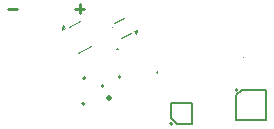
<source format=gbr>
%TF.GenerationSoftware,KiCad,Pcbnew,9.0.0*%
%TF.CreationDate,2025-08-30T10:43:31+02:00*%
%TF.ProjectId,36mm PCB,33366d6d-2050-4434-922e-6b696361645f,rev?*%
%TF.SameCoordinates,Original*%
%TF.FileFunction,Legend,Top*%
%TF.FilePolarity,Positive*%
%FSLAX46Y46*%
G04 Gerber Fmt 4.6, Leading zero omitted, Abs format (unit mm)*
G04 Created by KiCad (PCBNEW 9.0.0) date 2025-08-30 10:43:31*
%MOMM*%
%LPD*%
G01*
G04 APERTURE LIST*
%ADD10C,0.250000*%
%ADD11C,0.100000*%
%ADD12C,0.200000*%
%ADD13C,0.120000*%
G04 APERTURE END LIST*
D10*
X191385340Y-114593200D02*
X192147245Y-114593200D01*
X191766292Y-114974153D02*
X191766292Y-114212248D01*
X185685340Y-114593200D02*
X186447245Y-114593200D01*
D11*
%TO.C,D2*%
X194611151Y-116241082D02*
G75*
G02*
X194511149Y-116241082I-50001J0D01*
G01*
X194511149Y-116241082D02*
G75*
G02*
X194611151Y-116241082I50001J0D01*
G01*
D12*
%TO.C,IC2*%
X199512000Y-122617000D02*
X201227000Y-122617000D01*
X199512000Y-123875000D02*
X199512000Y-122617000D01*
X199969000Y-124332000D02*
X199511000Y-123874000D01*
X201227000Y-122617000D02*
X201227000Y-124332000D01*
X201227000Y-124332000D02*
X199969000Y-124332000D01*
X199612000Y-124333000D02*
G75*
G02*
X199412000Y-124333000I-100000J0D01*
G01*
X199412000Y-124333000D02*
G75*
G02*
X199612000Y-124333000I100000J0D01*
G01*
%TO.C,IC3*%
X205019000Y-121955000D02*
X205490000Y-121484000D01*
X205019000Y-124026000D02*
X205019000Y-121955000D01*
X205490000Y-121484000D02*
X207561000Y-121484000D01*
X207561000Y-121484000D02*
X207561000Y-124026000D01*
X207561000Y-124026000D02*
X205019000Y-124026000D01*
X205119000Y-121484000D02*
G75*
G02*
X204919000Y-121484000I-100000J0D01*
G01*
X204919000Y-121484000D02*
G75*
G02*
X205119000Y-121484000I100000J0D01*
G01*
D11*
%TO.C,IC4*%
X194881830Y-118052014D02*
X194881830Y-118052014D01*
X194972461Y-118009753D02*
X194972461Y-118009753D01*
X194881830Y-118052014D02*
G75*
G02*
X194972461Y-118009753I45315J21131D01*
G01*
X194972461Y-118009753D02*
G75*
G02*
X194881830Y-118052014I-45316J-21130D01*
G01*
D12*
%TO.C,IC10*%
X192160000Y-122665000D02*
G75*
G02*
X191960000Y-122665000I-100000J0D01*
G01*
X191960000Y-122665000D02*
G75*
G02*
X192160000Y-122665000I100000J0D01*
G01*
D13*
%TO.C,TPS3424-1*%
X191766635Y-115678515D02*
X190815012Y-116122264D01*
X192747109Y-117781149D02*
X191568909Y-118330553D01*
X190488741Y-116274407D02*
X190234975Y-116392740D01*
X190370408Y-116020641D01*
X190488741Y-116274407D01*
G36*
X190488741Y-116274407D02*
G01*
X190234975Y-116392740D01*
X190370408Y-116020641D01*
X190488741Y-116274407D01*
G37*
D12*
%TO.C,IC8*%
X192255000Y-120505000D02*
G75*
G02*
X192055000Y-120505000I-100000J0D01*
G01*
X192055000Y-120505000D02*
G75*
G02*
X192255000Y-120505000I100000J0D01*
G01*
D11*
%TO.C,IC1*%
X205687772Y-118709534D02*
G75*
G02*
X205587772Y-118709534I-50000J0D01*
G01*
X205587772Y-118709534D02*
G75*
G02*
X205687772Y-118709534I50000J0D01*
G01*
%TO.C,U1*%
X198259367Y-120023144D02*
X198259367Y-120023144D01*
X198337083Y-119960213D02*
X198337083Y-119960213D01*
X198259367Y-120023144D02*
G75*
G02*
X198337082Y-119960214I38858J31464D01*
G01*
X198337083Y-119960213D02*
G75*
G02*
X198259367Y-120023144I-38858J-31465D01*
G01*
D12*
%TO.C,IC7*%
X195220000Y-120395000D02*
G75*
G02*
X195020000Y-120395000I-100000J0D01*
G01*
X195020000Y-120395000D02*
G75*
G02*
X195220000Y-120395000I100000J0D01*
G01*
D10*
%TO.C,IC5*%
X194349724Y-122170652D02*
G75*
G02*
X194099722Y-122170652I-125001J0D01*
G01*
X194099722Y-122170652D02*
G75*
G02*
X194349724Y-122170652I125001J0D01*
G01*
D13*
%TO.C,LDLN025PU1*%
X195230727Y-117112612D02*
X196137035Y-116689993D01*
X195528465Y-115384910D02*
X194622157Y-115807529D01*
X196484388Y-116748696D02*
X196366055Y-116494930D01*
X196619821Y-116376596D01*
X196484388Y-116748696D01*
G36*
X196484388Y-116748696D02*
G01*
X196366055Y-116494930D01*
X196619821Y-116376596D01*
X196484388Y-116748696D01*
G37*
D12*
%TO.C,IC9*%
X193795000Y-121165000D02*
G75*
G02*
X193595000Y-121165000I-100000J0D01*
G01*
X193595000Y-121165000D02*
G75*
G02*
X193795000Y-121165000I100000J0D01*
G01*
%TD*%
M02*

</source>
